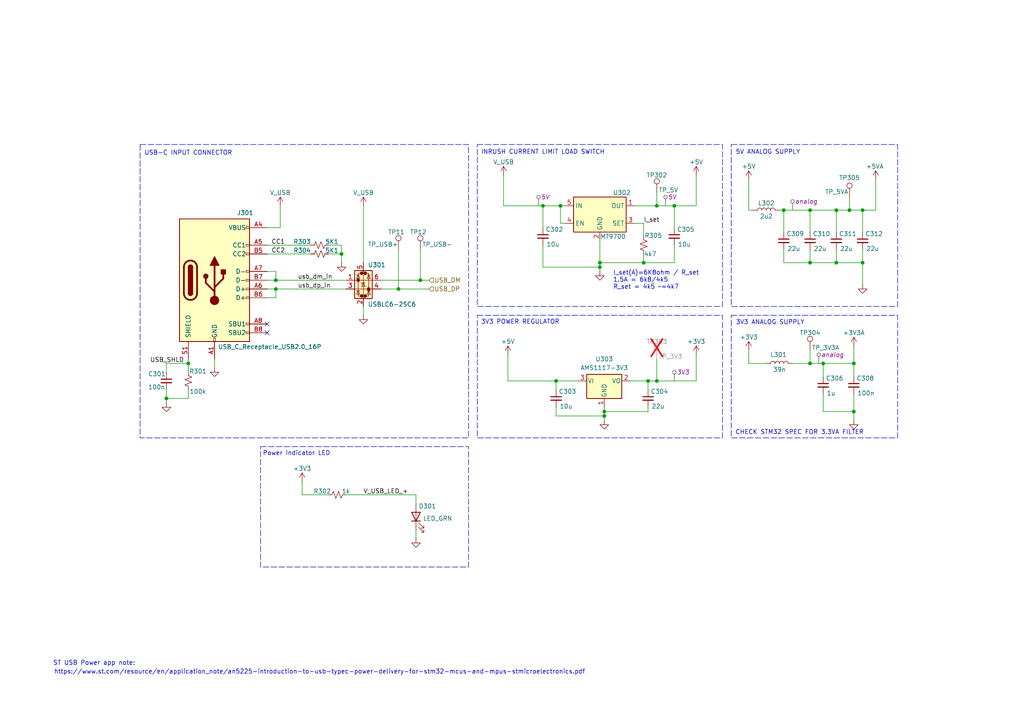
<source format=kicad_sch>
(kicad_sch (version 20231120) (generator "eeschema") (generator_version "8.0")
  (paper "A4")
  (lib_symbols
    (symbol "Connector:TestPoint" (pin_numbers hide) (pin_names (offset 0.762) hide)
      (property "Reference" "TP" (at 0 6.858 0))
      (property "Value" "TestPoint" (at 0 5.08 0))
      (symbol "TestPoint_0_1"
        (circle (center 0 3.302) (radius 0.762))
      )
      (symbol "TestPoint_1_1"
        (pin passive line (at 0 0 90) (length 2.54) (name "1") (number "1"))
      )
    )
    (symbol "Connector:USB_C_Receptacle_USB2.0_16P" (pin_names (offset 1.016))
      (property "Reference" "J1" (at 8.89 19.558 0))
      (property "Value" "USB_C_Receptacle_USB2.0_16P" (at 16.002 -19.304 0))
      (symbol "USB_C_Receptacle_USB2.0_16P_0_0"
        (rectangle (start -0.254 -17.78) (end 0.254 -16.764))
        (rectangle (start 10.16 -14.986) (end 9.144 -15.494))
        (rectangle (start 10.16 -12.446) (end 9.144 -12.954))
        (rectangle (start 10.16 -4.826) (end 9.144 -5.334))
        (rectangle (start 10.16 -2.286) (end 9.144 -2.794))
        (rectangle (start 10.16 0.254) (end 9.144 -0.254))
        (rectangle (start 10.16 2.794) (end 9.144 2.286))
        (rectangle (start 10.16 7.874) (end 9.144 7.366))
        (rectangle (start 10.16 10.414) (end 9.144 9.906))
        (rectangle (start 10.16 15.494) (end 9.144 14.986))
      )
      (symbol "USB_C_Receptacle_USB2.0_16P_0_1"
        (rectangle (start -10.16 17.78) (end 10.16 -17.78) (stroke (width 0.254)) (fill (type background)))
        (arc (start -8.89 -3.81) (mid -6.985 -5.7067) (end -5.08 -3.81) (stroke (width 0.508)))
        (arc (start -7.62 -3.81) (mid -6.985 -4.4423) (end -6.35 -3.81) (stroke (width 0.254)))
        (arc (start -7.62 -3.81) (mid -6.985 -4.4423) (end -6.35 -3.81) (stroke (width 0.254)) (fill (type outline)))
        (rectangle (start -7.62 -3.81) (end -6.35 3.81) (stroke (width 0.254)) (fill (type outline)))
        (arc (start -6.35 3.81) (mid -6.985 4.4423) (end -7.62 3.81) (stroke (width 0.254)))
        (arc (start -6.35 3.81) (mid -6.985 4.4423) (end -7.62 3.81) (stroke (width 0.254)) (fill (type outline)))
        (arc (start -5.08 3.81) (mid -6.985 5.7067) (end -8.89 3.81) (stroke (width 0.508)))
        (circle (center -2.54 1.143) (radius 0.635) (stroke (width 0.254)) (fill (type outline)))
        (circle (center 0 -5.842) (radius 1.27) (fill (type outline)))
        (polyline (pts (xy -8.89 -3.81) (xy -8.89 3.81)) (stroke (width 0.508)))
        (polyline (pts (xy -5.08 3.81) (xy -5.08 -3.81)) (stroke (width 0.508)))
        (polyline (pts (xy 0 -5.842) (xy 0 4.318)) (stroke (width 0.508)))
        (polyline (pts (xy 0 -3.302) (xy -2.54 -0.762) (xy -2.54 0.508)) (stroke (width 0.508)))
        (polyline (pts (xy 0 -2.032) (xy 2.54 0.508) (xy 2.54 1.778)) (stroke (width 0.508)))
        (polyline (pts (xy -1.27 4.318) (xy 0 6.858) (xy 1.27 4.318) (xy -1.27 4.318)) (stroke (width 0.254)) (fill (type outline)))
        (rectangle (start 1.905 1.778) (end 3.175 3.048) (stroke (width 0.254)) (fill (type outline)))
      )
      (symbol "USB_C_Receptacle_USB2.0_16P_1_1"
        (pin power_out line (at 0 -22.86 90) (length 5.08) (name "GND") (number "A1"))
        (pin passive line (at 0 -22.86 90) (length 5.08) hide (name "GND") (number "A12"))
        (pin power_out line (at 15.24 15.24 180) (length 5.08) (name "VBUS") (number "A4"))
        (pin bidirectional line (at 15.24 10.16 180) (length 5.08) (name "CC1") (number "A5"))
        (pin bidirectional line (at 15.24 -2.54 180) (length 5.08) (name "D+") (number "A6"))
        (pin bidirectional line (at 15.24 2.54 180) (length 5.08) (name "D-") (number "A7"))
        (pin bidirectional line (at 15.24 -12.7 180) (length 5.08) (name "SBU1") (number "A8"))
        (pin passive line (at 15.24 15.24 180) (length 5.08) hide (name "VBUS") (number "A9"))
        (pin passive line (at 0 -22.86 90) (length 5.08) hide (name "GND") (number "B1"))
        (pin passive line (at 0 -22.86 90) (length 5.08) hide (name "GND") (number "B12"))
        (pin passive line (at 15.24 15.24 180) (length 5.08) hide (name "VBUS") (number "B4"))
        (pin bidirectional line (at 15.24 7.62 180) (length 5.08) (name "CC2") (number "B5"))
        (pin bidirectional line (at 15.24 -5.08 180) (length 5.08) (name "D+") (number "B6"))
        (pin bidirectional line (at 15.24 0 180) (length 5.08) (name "D-") (number "B7"))
        (pin bidirectional line (at 15.24 -15.24 180) (length 5.08) (name "SBU2") (number "B8"))
        (pin passive line (at 15.24 15.24 180) (length 5.08) hide (name "VBUS") (number "B9"))
        (pin passive line (at -7.62 -22.86 90) (length 5.08) (name "SHIELD") (number "S1"))
      )
    )
    (symbol "Device:C_Small" (pin_numbers hide) (pin_names (offset 0.254) hide)
      (property "Reference" "C" (at 0.254 1.778 0))
      (property "Value" "C_Small" (at 0.254 -2.032 0))
      (symbol "C_Small_0_1"
        (polyline (pts (xy -1.524 -0.508) (xy 1.524 -0.508)) (stroke (width 0.3302)))
        (polyline (pts (xy -1.524 0.508) (xy 1.524 0.508)) (stroke (width 0.3048)))
      )
      (symbol "C_Small_1_1"
        (pin passive line (at 0 2.54 270) (length 2.032) (name "~") (number "1"))
        (pin passive line (at 0 -2.54 90) (length 2.032) (name "~") (number "2"))
      )
    )
    (symbol "Device:L" (pin_numbers hide) (pin_names (offset 1.016) hide)
      (property "Reference" "L301" (at 2.54 0.254 90))
      (property "Value" "39n" (at -1.778 0 90))
      (symbol "L_0_1"
        (arc (start 0 -2.54) (mid 0.6323 -1.905) (end 0 -1.27))
        (arc (start 0 -1.27) (mid 0.6323 -0.635) (end 0 0))
        (arc (start 0 0) (mid 0.6323 0.635) (end 0 1.27))
        (arc (start 0 1.27) (mid 0.6323 1.905) (end 0 2.54))
      )
      (symbol "L_1_1"
        (pin power_in line (at 0 3.81 270) (length 1.27) (name "1") (number "1"))
        (pin power_out line (at 0 -3.81 90) (length 1.27) (name "2") (number "2"))
      )
    )
    (symbol "Device:LED" (pin_numbers hide) (pin_names (offset 1.016) hide)
      (property "Reference" "D" (at 0 2.54 0))
      (property "Value" "LED" (at 0 -2.54 0))
      (symbol "LED_0_1"
        (polyline (pts (xy -1.27 -1.27) (xy -1.27 1.27)) (stroke (width 0.254)))
        (polyline (pts (xy -1.27 0) (xy 1.27 0)))
        (polyline (pts (xy 1.27 -1.27) (xy 1.27 1.27) (xy -1.27 0) (xy 1.27 -1.27)) (stroke (width 0.254)))
        (polyline (pts (xy -3.048 -0.762) (xy -4.572 -2.286) (xy -3.81 -2.286) (xy -4.572 -2.286) (xy -4.572 -1.524)))
        (polyline (pts (xy -1.778 -0.762) (xy -3.302 -2.286) (xy -2.54 -2.286) (xy -3.302 -2.286) (xy -3.302 -1.524)))
      )
      (symbol "LED_1_1"
        (pin passive line (at -3.81 0 0) (length 2.54) (name "K") (number "1"))
        (pin passive line (at 3.81 0 180) (length 2.54) (name "A") (number "2"))
      )
    )
    (symbol "Device:R_Small_US" (pin_numbers hide) (pin_names (offset 0.254) hide)
      (property "Reference" "R" (at 0.762 0.508 0))
      (property "Value" "R_Small_US" (at 0.762 -1.016 0))
      (symbol "R_Small_US_1_1"
        (polyline (pts (xy 0 0) (xy 1.016 -0.381) (xy 0 -0.762) (xy -1.016 -1.143) (xy 0 -1.524)))
        (polyline (pts (xy 0 1.524) (xy 1.016 1.143) (xy 0 0.762) (xy -1.016 0.381) (xy 0 0)))
        (pin passive line (at 0 2.54 270) (length 1.016) (name "~") (number "1"))
        (pin passive line (at 0 -2.54 90) (length 1.016) (name "~") (number "2"))
      )
    )
    (symbol "L_1" (pin_numbers hide) (pin_names (offset 1.016) hide)
      (property "Reference" "L302" (at 2.032 0 90))
      (property "Value" "2u2" (at -1.778 0 90))
      (symbol "L_1_0_1"
        (arc (start 0 -2.54) (mid 0.6323 -1.905) (end 0 -1.27))
        (arc (start 0 -1.27) (mid 0.6323 -0.635) (end 0 0))
        (arc (start 0 0) (mid 0.6323 0.635) (end 0 1.27))
        (arc (start 0 1.27) (mid 0.6323 1.905) (end 0 2.54))
      )
      (symbol "L_1_1_1"
        (pin power_in line (at 0 3.81 270) (length 1.27) (name "1") (number "1"))
        (pin power_out line (at 0 -3.81 90) (length 1.27) (name "2") (number "2"))
      )
    )
    (symbol "Power_Protection:USBLC6-2SC6" (pin_names hide)
      (property "Reference" "U" (at 0.635 5.715 0))
      (property "Value" "USBLC6-2SC6" (at 0.635 3.81 0))
      (symbol "USBLC6-2SC6_0_0"
        (circle (center -1.524 0) (radius 0.0001) (stroke (width 0.508)))
        (circle (center -0.508 -4.572) (radius 0.0001) (stroke (width 0.508)))
        (circle (center -0.508 2.032) (radius 0.0001) (stroke (width 0.508)))
        (circle (center 0.508 -4.572) (radius 0.0001) (stroke (width 0.508)))
        (circle (center 0.508 2.032) (radius 0.0001) (stroke (width 0.508)))
        (circle (center 1.524 -2.54) (radius 0.0001) (stroke (width 0.508)))
      )
      (symbol "USBLC6-2SC6_0_1"
        (polyline (pts (xy -2.54 -2.54) (xy 2.54 -2.54)))
        (polyline (pts (xy -2.54 0) (xy 2.54 0)))
        (polyline (pts (xy -2.032 -3.048) (xy -1.016 -3.048)))
        (polyline (pts (xy -1.016 1.524) (xy -2.032 1.524)))
        (polyline (pts (xy 1.016 -3.048) (xy 2.032 -3.048)))
        (polyline (pts (xy 1.016 1.524) (xy 2.032 1.524)))
        (polyline (pts (xy -0.508 -1.143) (xy -0.508 -0.762) (xy 0.508 -0.762)))
        (polyline (pts (xy -2.032 0.508) (xy -1.016 0.508) (xy -1.524 1.524) (xy -2.032 0.508)))
        (polyline (pts (xy -1.016 -4.064) (xy -2.032 -4.064) (xy -1.524 -3.048) (xy -1.016 -4.064)))
        (polyline (pts (xy 0.508 -1.778) (xy -0.508 -1.778) (xy 0 -0.762) (xy 0.508 -1.778)))
        (polyline (pts (xy 2.032 -4.064) (xy 1.016 -4.064) (xy 1.524 -3.048) (xy 2.032 -4.064)))
        (polyline (pts (xy 2.032 0.508) (xy 1.016 0.508) (xy 1.524 1.524) (xy 2.032 0.508)))
        (polyline (pts (xy 0 2.54) (xy -0.508 2.032) (xy 0.508 2.032) (xy 0 1.524) (xy 0 -4.064) (xy -0.508 -4.572) (xy 0.508 -4.572) (xy 0 -5.08)))
      )
      (symbol "USBLC6-2SC6_1_1"
        (rectangle (start -2.54 2.794) (end 2.54 -5.334) (stroke (width 0.254)) (fill (type background)))
        (polyline (pts (xy -0.508 2.032) (xy -1.524 2.032) (xy -1.524 -4.572) (xy -0.508 -4.572)))
        (polyline (pts (xy 0.508 -4.572) (xy 1.524 -4.572) (xy 1.524 2.032) (xy 0.508 2.032)))
        (pin passive line (at -5.08 0 0) (length 2.54) (name "I/O1") (number "1"))
        (pin passive line (at 0 -7.62 90) (length 2.54) (name "GND") (number "2"))
        (pin passive line (at -5.08 -2.54 0) (length 2.54) (name "I/O2") (number "3"))
        (pin passive line (at 5.08 -2.54 180) (length 2.54) (name "I/O2") (number "4"))
        (pin passive line (at 0 5.08 270) (length 2.54) (name "VBUS") (number "5"))
        (pin passive line (at 5.08 0 180) (length 2.54) (name "I/O1") (number "6"))
      )
    )
    (symbol "Regulator_Linear:AZ1117-3.3" (pin_names (offset 0.254))
      (property "Reference" "U" (at -3.81 3.175 0))
      (property "Value" "AZ1117-3.3" (at 0 3.175 0))
      (symbol "AZ1117-3.3_0_1"
        (rectangle (start -5.08 1.905) (end 5.08 -5.08) (stroke (width 0.254)) (fill (type background)))
      )
      (symbol "AZ1117-3.3_1_1"
        (pin power_in line (at 0 -7.62 90) (length 2.54) (name "GND") (number "1"))
        (pin power_out line (at 7.62 0 180) (length 2.54) (name "VO") (number "2"))
        (pin power_in line (at -7.62 0 0) (length 2.54) (name "VI") (number "3"))
      )
    )
    (symbol "power:+3V3" (power) (pin_numbers hide) (pin_names (offset 0) hide)
      (property "Value" "+3V3" (at 0 3.556 0))
      (symbol "+3V3_0_1"
        (polyline (pts (xy -0.762 1.27) (xy 0 2.54)))
        (polyline (pts (xy 0 0) (xy 0 2.54)))
        (polyline (pts (xy 0 2.54) (xy 0.762 1.27)))
      )
      (symbol "+3V3_1_1"
        (pin power_in line (at 0 0 90) (length 0) (name "~") (number "1"))
      )
    )
    (symbol "power:+5V" (power) (pin_numbers hide) (pin_names (offset 0) hide)
      (property "Value" "+5V" (at 0 3.556 0))
      (symbol "+5V_0_1"
        (polyline (pts (xy -0.762 1.27) (xy 0 2.54)))
        (polyline (pts (xy 0 0) (xy 0 2.54)))
        (polyline (pts (xy 0 2.54) (xy 0.762 1.27)))
      )
      (symbol "+5V_1_1"
        (pin power_in line (at 0 0 90) (length 0) (name "~") (number "1"))
      )
    )
    (symbol "power:+5VA" (power) (pin_numbers hide) (pin_names (offset 0) hide)
      (property "Value" "+5VA" (at 0 3.556 0))
      (symbol "+5VA_0_1"
        (polyline (pts (xy -0.762 1.27) (xy 0 2.54)))
        (polyline (pts (xy 0 0) (xy 0 2.54)))
        (polyline (pts (xy 0 2.54) (xy 0.762 1.27)))
      )
      (symbol "+5VA_1_1"
        (pin power_in line (at 0 0 90) (length 0) (name "~") (number "1"))
      )
    )
    (symbol "power:GND" (power) (pin_numbers hide) (pin_names (offset 0) hide)
      (property "Value" "GND" (at 0 -3.81 0))
      (symbol "GND_0_1"
        (polyline (pts (xy 0 0) (xy 0 -1.27) (xy 1.27 -1.27) (xy 0 -2.54) (xy -1.27 -1.27) (xy 0 -1.27)))
      )
      (symbol "GND_1_1"
        (pin power_in line (at 0 0 270) (length 0) (name "~") (number "1"))
      )
    )
    (symbol "vibrometer_project:MT9700"
      (property "Reference" "U" (at -7.62 -6.35 0))
      (property "Value" "MT9700" (at -7.62 6.35 0))
      (symbol "MT9700_0_1"
        (rectangle (start -7.62 5.08) (end 7.62 -5.08) (stroke (width 0.254)) (fill (type background)))
      )
      (symbol "MT9700_1_1"
        (pin power_out line (at 10.16 2.54 180) (length 2.54) (name "OUT") (number "1"))
        (pin power_in line (at 0 -7.62 90) (length 2.54) (name "GND") (number "2"))
        (pin passive line (at 10.16 -2.54 180) (length 2.54) (name "SET") (number "3"))
        (pin input line (at -10.16 -2.54 0) (length 2.54) (name "EN") (number "4"))
        (pin power_in line (at -10.16 2.54 0) (length 2.54) (name "IN") (number "5"))
      )
    )
  )
  (junction (at 173.99 77.47))
  (junction (at 157.48 59.69))
  (junction (at 186.69 76.2))
  (junction (at 227.33 60.96))
  (junction (at 175.26 120.65))
  (junction (at 242.57 76.2))
  (junction (at 175.26 119.38))
  (junction (at 190.5 110.49))
  (junction (at 247.65 119.38))
  (junction (at 246.38 60.96))
  (junction (at 247.65 105.41))
  (junction (at 121.92 81.28))
  (junction (at 234.95 76.2))
  (junction (at 250.19 60.96))
  (junction (at 80.01 81.28))
  (junction (at 80.01 83.82))
  (junction (at 195.58 59.69))
  (junction (at 162.56 59.69))
  (junction (at 234.95 60.96))
  (junction (at 238.76 105.41))
  (junction (at 173.99 76.2))
  (junction (at 99.06 73.66))
  (junction (at 250.19 76.2))
  (junction (at 187.96 110.49))
  (junction (at 115.57 83.82))
  (junction (at 54.61 105.41))
  (junction (at 48.26 115.57))
  (junction (at 161.29 110.49))
  (junction (at 234.95 105.41))
  (junction (at 190.5 59.69))
  (junction (at 242.57 60.96))
  (no_connect (at 77.47 93.98))
  (no_connect (at 77.47 96.52))
  (wire (pts (xy 238.76 114.3) (xy 238.76 119.38)))
  (wire (pts (xy 247.65 105.41) (xy 247.65 109.22)))
  (wire (pts (xy 87.63 143.51) (xy 95.25 143.51)))
  (wire (pts (xy 161.29 120.65) (xy 175.26 120.65)))
  (wire (pts (xy 110.49 83.82) (xy 115.57 83.82)))
  (wire (pts (xy 247.65 105.41) (xy 247.65 100.33)))
  (wire (pts (xy 250.19 60.96) (xy 254 60.96)))
  (wire (pts (xy 95.25 71.12) (xy 99.06 71.12)))
  (wire (pts (xy 173.99 76.2) (xy 173.99 69.85)))
  (wire (pts (xy 186.69 76.2) (xy 173.99 76.2)))
  (wire (pts (xy 186.69 73.66) (xy 186.69 76.2)))
  (wire (pts (xy 54.61 115.57) (xy 48.26 115.57)))
  (wire (pts (xy 234.95 76.2) (xy 227.33 76.2)))
  (wire (pts (xy 147.32 102.87) (xy 147.32 110.49)))
  (wire (pts (xy 226.06 60.96) (xy 227.33 60.96)))
  (wire (pts (xy 175.26 121.92) (xy 175.26 120.65)))
  (wire (pts (xy 187.96 110.49) (xy 190.5 110.49)))
  (wire (pts (xy 99.06 73.66) (xy 95.25 73.66)))
  (wire (pts (xy 77.47 86.36) (xy 80.01 86.36)))
  (wire (pts (xy 250.19 76.2) (xy 250.19 82.55)))
  (wire (pts (xy 120.65 153.67) (xy 120.65 156.21)))
  (wire (pts (xy 80.01 81.28) (xy 100.33 81.28)))
  (wire (pts (xy 217.17 52.07) (xy 217.17 60.96)))
  (wire (pts (xy 173.99 77.47) (xy 173.99 76.2)))
  (wire (pts (xy 234.95 105.41) (xy 238.76 105.41)))
  (wire (pts (xy 187.96 118.11) (xy 187.96 119.38)))
  (wire (pts (xy 146.05 50.8) (xy 146.05 59.69)))
  (wire (pts (xy 250.19 60.96) (xy 250.19 67.31)))
  (wire (pts (xy 254 52.07) (xy 254 60.96)))
  (wire (pts (xy 217.17 101.6) (xy 217.17 105.41)))
  (wire (pts (xy 54.61 104.14) (xy 54.61 105.41)))
  (wire (pts (xy 190.5 55.88) (xy 190.5 59.69)))
  (wire (pts (xy 80.01 83.82) (xy 100.33 83.82)))
  (wire (pts (xy 175.26 118.11) (xy 175.26 119.38)))
  (wire (pts (xy 157.48 59.69) (xy 162.56 59.69)))
  (wire (pts (xy 161.29 118.11) (xy 161.29 120.65)))
  (wire (pts (xy 195.58 59.69) (xy 195.58 66.04)))
  (wire (pts (xy 48.26 115.57) (xy 48.26 113.03)))
  (wire (pts (xy 247.65 114.3) (xy 247.65 119.38)))
  (wire (pts (xy 234.95 76.2) (xy 242.57 76.2)))
  (wire (pts (xy 54.61 105.41) (xy 54.61 107.95)))
  (wire (pts (xy 77.47 66.04) (xy 81.28 66.04)))
  (wire (pts (xy 121.92 72.39) (xy 121.92 81.28)))
  (wire (pts (xy 184.15 59.69) (xy 190.5 59.69)))
  (wire (pts (xy 190.5 59.69) (xy 195.58 59.69)))
  (wire (pts (xy 238.76 105.41) (xy 247.65 105.41)))
  (wire (pts (xy 229.87 105.41) (xy 234.95 105.41)))
  (wire (pts (xy 87.63 139.7) (xy 87.63 143.51)))
  (wire (pts (xy 110.49 81.28) (xy 121.92 81.28)))
  (wire (pts (xy 201.93 102.87) (xy 201.93 110.49)))
  (wire (pts (xy 246.38 60.96) (xy 250.19 60.96)))
  (wire (pts (xy 173.99 78.74) (xy 173.99 77.47)))
  (wire (pts (xy 77.47 71.12) (xy 90.17 71.12)))
  (wire (pts (xy 234.95 101.6) (xy 234.95 105.41)))
  (wire (pts (xy 81.28 59.69) (xy 81.28 66.04)))
  (wire (pts (xy 238.76 119.38) (xy 247.65 119.38)))
  (wire (pts (xy 77.47 78.74) (xy 80.01 78.74)))
  (wire (pts (xy 147.32 110.49) (xy 161.29 110.49)))
  (wire (pts (xy 242.57 76.2) (xy 250.19 76.2)))
  (wire (pts (xy 227.33 60.96) (xy 227.33 67.31)))
  (wire (pts (xy 227.33 72.39) (xy 227.33 76.2)))
  (wire (pts (xy 48.26 105.41) (xy 48.26 107.95)))
  (wire (pts (xy 250.19 72.39) (xy 250.19 76.2)))
  (wire (pts (xy 175.26 119.38) (xy 175.26 120.65)))
  (wire (pts (xy 157.48 59.69) (xy 157.48 66.04)))
  (wire (pts (xy 100.33 143.51) (xy 120.65 143.51)))
  (wire (pts (xy 99.06 71.12) (xy 99.06 73.66)))
  (wire (pts (xy 246.38 57.15) (xy 246.38 60.96)))
  (wire (pts (xy 146.05 59.69) (xy 157.48 59.69)))
  (wire (pts (xy 234.95 72.39) (xy 234.95 76.2)))
  (wire (pts (xy 99.06 73.66) (xy 99.06 76.2)))
  (wire (pts (xy 234.95 60.96) (xy 242.57 60.96)))
  (wire (pts (xy 247.65 119.38) (xy 247.65 121.92)))
  (wire (pts (xy 238.76 105.41) (xy 238.76 109.22)))
  (wire (pts (xy 48.26 116.84) (xy 48.26 115.57)))
  (wire (pts (xy 217.17 105.41) (xy 222.25 105.41)))
  (wire (pts (xy 105.41 59.69) (xy 105.41 76.2)))
  (wire (pts (xy 190.5 110.49) (xy 201.93 110.49)))
  (wire (pts (xy 161.29 110.49) (xy 161.29 113.03)))
  (wire (pts (xy 163.83 64.77) (xy 162.56 64.77)))
  (wire (pts (xy 48.26 105.41) (xy 54.61 105.41)))
  (wire (pts (xy 105.41 88.9) (xy 105.41 91.44)))
  (wire (pts (xy 120.65 143.51) (xy 120.65 146.05)))
  (wire (pts (xy 242.57 60.96) (xy 246.38 60.96)))
  (wire (pts (xy 217.17 60.96) (xy 218.44 60.96)))
  (wire (pts (xy 80.01 78.74) (xy 80.01 81.28)))
  (wire (pts (xy 201.93 50.8) (xy 201.93 59.69)))
  (wire (pts (xy 175.26 119.38) (xy 187.96 119.38)))
  (wire (pts (xy 157.48 77.47) (xy 173.99 77.47)))
  (wire (pts (xy 115.57 72.39) (xy 115.57 83.82)))
  (wire (pts (xy 157.48 71.12) (xy 157.48 77.47)))
  (wire (pts (xy 62.23 106.68) (xy 62.23 104.14)))
  (wire (pts (xy 161.29 110.49) (xy 167.64 110.49)))
  (wire (pts (xy 184.15 64.77) (xy 186.69 64.77)))
  (wire (pts (xy 195.58 59.69) (xy 201.93 59.69)))
  (wire (pts (xy 242.57 60.96) (xy 242.57 67.31)))
  (wire (pts (xy 234.95 60.96) (xy 234.95 67.31)))
  (wire (pts (xy 182.88 110.49) (xy 187.96 110.49)))
  (wire (pts (xy 195.58 71.12) (xy 195.58 76.2)))
  (wire (pts (xy 186.69 64.77) (xy 186.69 68.58)))
  (wire (pts (xy 115.57 83.82) (xy 124.46 83.82)))
  (wire (pts (xy 77.47 73.66) (xy 90.17 73.66)))
  (wire (pts (xy 162.56 64.77) (xy 162.56 59.69)))
  (wire (pts (xy 54.61 113.03) (xy 54.61 115.57)))
  (wire (pts (xy 77.47 81.28) (xy 80.01 81.28)))
  (wire (pts (xy 77.47 83.82) (xy 80.01 83.82)))
  (wire (pts (xy 187.96 110.49) (xy 187.96 113.03)))
  (wire (pts (xy 195.58 76.2) (xy 186.69 76.2)))
  (wire (pts (xy 80.01 86.36) (xy 80.01 83.82)))
  (wire (pts (xy 121.92 81.28) (xy 124.46 81.28)))
  (wire (pts (xy 227.33 60.96) (xy 234.95 60.96)))
  (wire (pts (xy 162.56 59.69) (xy 163.83 59.69)))
  (wire (pts (xy 242.57 76.2) (xy 242.57 72.39)))
  (wire (pts (xy 190.5 104.14) (xy 190.5 110.49)))
  (rectangle (start 138.43 41.91) (end 209.55 88.9) (stroke (width 0) (type dash)))
  (rectangle (start 138.43 91.44) (end 209.55 127) (stroke (width 0) (type dash)))
  (rectangle (start 75.565 129.54) (end 135.89 164.465) (stroke (width 0) (type dash)))
  (rectangle (start 212.09 91.44) (end 260.35 127) (stroke (width 0) (type dash)))
  (rectangle (start 212.09 41.91) (end 260.35 88.9) (stroke (width 0) (type dash)))
  (rectangle (start 40.64 41.91) (end 135.89 127) (stroke (width 0) (type dash)))
  (text "Power Indicator LED" (at 76.2 131.572 0) (effects (font (size 1.27 1.27)) (justify left)))
  (text "ST USB Power app note:" (at 27.305 192.405 0) (effects (font (size 1.27 1.27))))
  (text "CHECK STM32 SPEC FOR 3.3VA FILTER" (at 231.902 125.476 0) (effects (font (size 1.27 1.27))))
  (text "5V ANALOG SUPPLY" (at 213.36 44.196 0) (effects (font (size 1.27 1.27)) (justify left)))
  (text "I_set(A)=6K8ohm / R_set\n1.5A = 6k8/4k5 \nR_set = 4k5 ~=4k7" (at 177.8 81.28 0) (effects (font (size 1.27 1.27)) (justify left)))
  (text "https://www.st.com/resource/en/application_note/an5225-introduction-to-usb-typec-power-delivery-for-stm32-mcus-and-mpus-stmicroelectronics.pdf" (at 92.71 194.945 0) (effects (font (size 1.27 1.27))))
  (text "3V3 POWER REGULATOR" (at 150.876 93.472 0) (effects (font (size 1.27 1.27))))
  (text "INRUSH CURRENT LIMIT LOAD SWITCH" (at 157.48 44.196 0) (effects (font (size 1.27 1.27))))
  (text "USB-C INPUT CONNECTOR" (at 54.61 44.45 0) (effects (font (size 1.27 1.27))))
  (text "3V3 ANALOG SUPPLY" (at 223.393 93.599 0) (effects (font (size 1.27 1.27))))
  (label "I_set" (at 186.69 64.77 0))
  (label "USB_SHLD" (at 53.34 105.41 180))
  (label "CC1" (at 78.74 71.12 0))
  (label "V_USB_LED_+" (at 105.41 143.51 0))
  (label "usb_dm_in" (at 86.36 81.28 0) (property "Netclass" "usb" (effects (hide yes))))
  (label "CC2" (at 78.74 73.66 0))
  (label "usb_dp_in" (at 86.36 83.82 0) (property "Netclass" "usb" (effects (hide yes))))
  (hierarchical_label "USB_DP" (shape input) (at 124.46 83.82 0) (property "Netclass" "usb" (effects (hide yes))))
  (hierarchical_label "USB_DM" (shape input) (at 124.46 81.28 0) (property "Netclass" "usb" (effects (hide yes))))
  (netclass_flag "" (length 2.54) (shape round) (at 229.87 60.96 0) (property "Netclass" "analog" (at 230.5685 58.42 0) (effects (font (italic yes)) (justify left))))
  (netclass_flag "" (length 2.54) (shape round) (at 156.21 59.69 0) (property "Netclass" "5V" (at 156.9085 57.15 0) (effects (font (italic yes)) (justify left))))
  (netclass_flag "" (length 2.54) (shape round) (at 195.58 110.49 0) (property "Netclass" "3V3" (at 196.2785 107.95 0) (effects (font (italic yes)) (justify left))))
  (netclass_flag "" (length 2.54) (shape round) (at 237.49 105.41 0) (property "Netclass" "analog" (at 238.1885 102.87 0) (effects (font (italic yes)) (justify left))))
  (netclass_flag "" (length 2.54) (shape round) (at 193.04 59.69 0) (property "Netclass" "5V" (at 193.7385 57.15 0) (effects (font (italic yes)) (justify left))))
  (symbol (lib_id "Connector:TestPoint") (at 190.5 104.14 0) (unit 1) (in_bom no) (on_board no) (dnp yes)
    (property "Reference" "TP303" (at 187.452 99.06 0) (effects (justify left)))
    (property "Value" "TP_3V3" (at 191.008 103.378 0) (effects (justify left)))
    (property "Footprint" "TestPoint:TestPoint_Pad_D1.0mm" (effects (hide yes)))
    (property "Description" "test point" (effects (hide yes)))
  )
  (symbol (lib_id "Device:C_Small") (at 234.95 69.85 0) (unit 1)
    (property "Reference" "C310" (at 235.712 67.818 0) (effects (justify left)))
    (property "Value" "22u" (at 235.966 72.136 0) (effects (justify left)))
    (property "Footprint" "Capacitor_SMD:C_0805_2012Metric" (effects (hide yes)))
    (property "Datasheet" "https://wmsc.lcsc.com/wmsc/upload/file/pdf/v2/lcsc/2304140030_Samsung-Electro-Mechanics-CL21A226MAQNNNE_C45783.pdf" (effects (hide yes)))
    (property "Description" "Unpolarized capacitor, small symbol" (effects (hide yes)))
    (property "LCSC" "C45783" (effects (hide yes)))
  )
  (symbol (lib_id "Device:C_Small") (at 157.48 68.58 0) (unit 1)
    (property "Reference" "C302" (at 158.242 66.548 0) (effects (justify left)))
    (property "Value" "10u" (at 158.496 70.866 0) (effects (justify left)))
    (property "Footprint" "Capacitor_SMD:C_0805_2012Metric" (effects (hide yes)))
    (property "Datasheet" "https://wmsc.lcsc.com/wmsc/upload/file/pdf/v2/lcsc/2304140030_Samsung-Electro-Mechanics-CL21A106KAYNNNE_C15850.pdf" (effects (hide yes)))
    (property "Description" "Unpolarized capacitor, small symbol" (effects (hide yes)))
    (property "LCSC" "C15850" (effects (hide yes)))
  )
  (symbol (lib_id "vibrometer_project:MT9700") (at 173.99 62.23 0) (unit 1)
    (property "Reference" "U302" (at 180.34 55.88 0))
    (property "Value" "MT9700" (at 177.8 68.58 0))
    (property "Footprint" "Package_TO_SOT_SMD:SOT-23-5" (effects (hide yes)))
    (property "Datasheet" "https://www.lcsc.com/datasheet/lcsc_datasheet_1809291208_XI-AN-Aerosemi-Tech-MT9700_C89855.pdf" (effects (hide yes)))
    (property "Description" "Current limited load switch with adjustable current limit, single channel, SOT-23-5" (effects (hide yes)))
    (property "LCSC" "C89855" (effects (hide yes)))
  )
  (symbol (lib_id "Device:C_Small") (at 48.26 110.49 0) (unit 1)
    (property "Reference" "C301" (at 42.926 108.458 0) (effects (justify left)))
    (property "Value" "100n" (at 42.926 112.268 0) (effects (justify left)))
    (property "Footprint" "Capacitor_SMD:C_0402_1005Metric" (effects (hide yes)))
    (property "Datasheet" "https://wmsc.lcsc.com/wmsc/upload/file/pdf/v2/lcsc/2304140030_Samsung-Electro-Mechanics-CL05B104KB54PNC_C307331.pdf" (effects (hide yes)))
    (property "Description" "Unpolarized capacitor, small symbol" (effects (hide yes)))
    (property "LCSC" "C307331" (effects (hide yes)))
  )
  (symbol (lib_id "Connector:TestPoint") (at 121.92 72.39 0) (unit 1) (in_bom no)
    (property "Reference" "TP12" (at 118.872 67.31 0) (effects (justify left)))
    (property "Value" "TP_USB-" (at 122.428 70.866 0) (effects (justify left)))
    (property "Footprint" "TestPoint:TestPoint_Pad_D1.0mm" (effects (hide yes)))
    (property "Description" "test point" (effects (hide yes)))
  )
  (symbol (lib_id "Device:C_Small") (at 161.29 115.57 0) (unit 1)
    (property "Reference" "C303" (at 162.052 113.538 0) (effects (justify left)))
    (property "Value" "10u" (at 162.306 117.856 0) (effects (justify left)))
    (property "Footprint" "Capacitor_SMD:C_0805_2012Metric" (effects (hide yes)))
    (property "Datasheet" "https://wmsc.lcsc.com/wmsc/upload/file/pdf/v2/lcsc/2304140030_Samsung-Electro-Mechanics-CL21A106KAYNNNE_C15850.pdf" (effects (hide yes)))
    (property "Description" "Unpolarized capacitor, small symbol" (effects (hide yes)))
    (property "LCSC" "C15850" (effects (hide yes)))
  )
  (symbol (lib_id "Connector:TestPoint") (at 246.38 57.15 0) (unit 1) (in_bom no)
    (property "Reference" "TP305" (at 243.332 51.562 0) (effects (justify left)))
    (property "Value" "TP_5VA" (at 239.268 55.626 0) (effects (justify left)))
    (property "Footprint" "TestPoint:TestPoint_Pad_D1.0mm" (effects (hide yes)))
    (property "Description" "test point" (effects (hide yes)))
  )
  (symbol (lib_id "power:+3V3") (at 87.63 139.7 0) (unit 1)
    (property "Reference" "#PWR0303" (effects (hide yes)))
    (property "Value" "+3V3" (at 87.63 135.89 0))
    (property "Description" "Power symbol creates a global label with name \"+3V3\"" (effects (hide yes)))
  )
  (symbol (lib_id "Connector:TestPoint") (at 115.57 72.39 0) (unit 1) (in_bom no)
    (property "Reference" "TP11" (at 112.522 67.31 0) (effects (justify left)))
    (property "Value" "TP_USB+" (at 106.68 70.866 0) (effects (justify left)))
    (property "Footprint" "TestPoint:TestPoint_Pad_D1.0mm" (effects (hide yes)))
    (property "Description" "test point" (effects (hide yes)))
  )
  (symbol (lib_id "power:+3V3") (at 247.65 100.33 0) (unit 1)
    (property "Reference" "#PWR0316" (effects (hide yes)))
    (property "Value" "+3V3A" (at 247.65 96.52 0))
    (property "Description" "Power symbol creates a global label with name \"+3V3\"" (effects (hide yes)))
  )
  (symbol (lib_id "power:GND") (at 120.65 156.21 0) (unit 1)
    (property "Reference" "#PWR0308" (effects (hide yes)))
    (property "Value" "GND" (effects (hide yes)))
    (property "Description" "Power symbol creates a global label with name \"GND\" , ground" (effects (hide yes)))
  )
  (symbol (lib_id "Device:R_Small_US") (at 186.69 71.12 180) (unit 1)
    (property "Reference" "R305" (at 189.484 68.326 0))
    (property "Value" "4k7" (at 188.595 73.66 0))
    (property "Footprint" "Resistor_SMD:R_0603_1608Metric" (effects (hide yes)))
    (property "Datasheet" "https://wmsc.lcsc.com/wmsc/upload/file/pdf/v2/lcsc/2206010116_UNI-ROYAL-Uniroyal-Elec-0603WAF4701T5E_C23162.pdf" (effects (hide yes)))
    (property "Description" "Resistor, small US symbol" (effects (hide yes)))
    (property "LCSC" "C23162" (effects (hide yes)))
  )
  (symbol (lib_id "power:+5V") (at 146.05 50.8 0) (mirror y) (unit 1)
    (property "Reference" "#PWR0309" (effects (hide yes)))
    (property "Value" "V_USB" (at 146.05 46.99 0))
    (property "Description" "Power symbol creates a global label with name \"+5V\"" (effects (hide yes)))
  )
  (symbol (lib_id "Device:C_Small") (at 227.33 69.85 0) (unit 1)
    (property "Reference" "C309" (at 228.092 67.818 0) (effects (justify left)))
    (property "Value" "22u" (at 228.346 72.136 0) (effects (justify left)))
    (property "Footprint" "Capacitor_SMD:C_0805_2012Metric" (effects (hide yes)))
    (property "Datasheet" "https://wmsc.lcsc.com/wmsc/upload/file/pdf/v2/lcsc/2304140030_Samsung-Electro-Mechanics-CL21A226MAQNNNE_C45783.pdf" (effects (hide yes)))
    (property "Description" "Unpolarized capacitor, small symbol" (effects (hide yes)))
    (property "LCSC" "C45783" (effects (hide yes)))
  )
  (symbol (lib_id "Connector:TestPoint") (at 190.5 55.88 0) (unit 1) (in_bom no)
    (property "Reference" "TP302" (at 187.452 50.8 0) (effects (justify left)))
    (property "Value" "TP_5V" (at 191.008 55.118 0) (effects (justify left)))
    (property "Footprint" "TestPoint:TestPoint_Pad_D1.0mm" (effects (hide yes)))
    (property "Description" "test point" (effects (hide yes)))
  )
  (symbol (lib_id "power:+5VA") (at 254 52.07 0) (unit 1)
    (property "Reference" "#PWR0320" (effects (hide yes)))
    (property "Value" "+5VA" (at 253.746 48.26 0))
    (property "Description" "Power symbol creates a global label with name \"+5VA\"" (effects (hide yes)))
  )
  (symbol (lib_name "L_1") (lib_id "Device:L") (at 222.25 60.96 90) (unit 1)
    (property "Reference" "L302" (at 222.25 58.928 90))
    (property "Value" "2u2" (at 222.25 62.738 90))
    (property "Footprint" "Inductor_SMD:L_1008_2520Metric" (effects (hide yes)))
    (property "Datasheet" "https://www.lcsc.com/datasheet/lcsc_datasheet_1810311811_Murata-Electronics-LQM2HPN2R2MG0L_C86092.pdf" (effects (hide yes)))
    (property "Description" "Inductor" (effects (hide yes)))
    (property "LCSC" "C86092" (effects (hide yes)))
  )
  (symbol (lib_id "Device:R_Small_US") (at 54.61 110.49 180) (unit 1)
    (property "Reference" "R301" (at 57.404 107.696 0))
    (property "Value" "100k" (at 57.404 113.538 0))
    (property "Footprint" "Resistor_SMD:R_0603_1608Metric" (effects (hide yes)))
    (property "Datasheet" "https://wmsc.lcsc.com/wmsc/upload/file/pdf/v2/lcsc/2206010045_UNI-ROYAL-Uniroyal-Elec-0603WAF1003T5E_C25803.pdf" (effects (hide yes)))
    (property "Description" "Resistor, small US symbol" (effects (hide yes)))
    (property "LCSC" "C25803" (effects (hide yes)))
  )
  (symbol (lib_id "Device:C_Small") (at 238.76 111.76 0) (unit 1)
    (property "Reference" "C306" (at 239.522 109.728 0) (effects (justify left)))
    (property "Value" "1u" (at 239.776 114.046 0) (effects (justify left)))
    (property "Footprint" "Capacitor_SMD:C_0603_1608Metric" (effects (hide yes)))
    (property "Datasheet" "https://wmsc.lcsc.com/wmsc/upload/file/pdf/v2/lcsc/2304140030_Samsung-Electro-Mechanics-CL10A105KB8NNNC_C15849.pdf" (effects (hide yes)))
    (property "Description" "Unpolarized capacitor, small symbol" (effects (hide yes)))
    (property "LCSC" "C15849" (effects (hide yes)))
  )
  (symbol (lib_id "power:GND") (at 48.26 116.84 0) (unit 1)
    (property "Reference" "#PWR0301" (effects (hide yes)))
    (property "Value" "GND" (effects (hide yes)))
    (property "Description" "Power symbol creates a global label with name \"GND\" , ground" (effects (hide yes)))
  )
  (symbol (lib_id "power:+5V") (at 81.28 59.69 0) (mirror y) (unit 1)
    (property "Reference" "#PWR0304" (effects (hide yes)))
    (property "Value" "V_USB" (at 81.28 55.88 0))
    (property "Description" "Power symbol creates a global label with name \"+5V\"" (effects (hide yes)))
  )
  (symbol (lib_id "power:GND") (at 247.65 121.92 0) (unit 1)
    (property "Reference" "#PWR0317" (effects (hide yes)))
    (property "Value" "GND" (effects (hide yes)))
    (property "Description" "Power symbol creates a global label with name \"GND\" , ground" (effects (hide yes)))
  )
  (symbol (lib_id "power:GND") (at 62.23 106.68 0) (unit 1)
    (property "Reference" "#PWR0302" (effects (hide yes)))
    (property "Value" "GND" (effects (hide yes)))
    (property "Description" "Power symbol creates a global label with name \"GND\" , ground" (effects (hide yes)))
  )
  (symbol (lib_id "Device:C_Small") (at 247.65 111.76 0) (unit 1)
    (property "Reference" "C308" (at 248.412 109.728 0) (effects (justify left)))
    (property "Value" "100n" (at 248.666 114.046 0) (effects (justify left)))
    (property "Footprint" "Capacitor_SMD:C_0402_1005Metric" (effects (hide yes)))
    (property "Datasheet" "https://wmsc.lcsc.com/wmsc/upload/file/pdf/v2/lcsc/2304140030_Samsung-Electro-Mechanics-CL05B104KB54PNC_C307331.pdf" (effects (hide yes)))
    (property "Description" "Unpolarized capacitor, small symbol" (effects (hide yes)))
    (property "LCSC" "C307331" (effects (hide yes)))
  )
  (symbol (lib_id "Device:C_Small") (at 250.19 69.85 0) (unit 1)
    (property "Reference" "C312" (at 250.952 67.818 0) (effects (justify left)))
    (property "Value" "22u" (at 251.206 72.136 0) (effects (justify left)))
    (property "Footprint" "Capacitor_SMD:C_0805_2012Metric" (effects (hide yes)))
    (property "Datasheet" "https://wmsc.lcsc.com/wmsc/upload/file/pdf/v2/lcsc/2304140030_Samsung-Electro-Mechanics-CL21A226MAQNNNE_C45783.pdf" (effects (hide yes)))
    (property "Description" "Unpolarized capacitor, small symbol" (effects (hide yes)))
    (property "LCSC" "C45783" (effects (hide yes)))
  )
  (symbol (lib_id "Regulator_Linear:AZ1117-3.3") (at 175.26 110.49 0) (unit 1)
    (property "Reference" "U303" (at 175.26 104.14 0))
    (property "Value" "AMS1117-3V3" (at 175.26 106.68 0))
    (property "Footprint" "Package_TO_SOT_SMD:SOT-223-3_TabPin2" (effects (hide yes)))
    (property "Datasheet" "https://wmsc.lcsc.com/wmsc/upload/file/pdf/v2/lcsc/2304140030_Advanced-Monolithic-Systems-AMS1117-3-3_C6186.pdf" (effects (hide yes)))
    (property "Description" "1A 20V Fixed LDO Linear Regulator, 3.3V, SOT-223-3" (effects (hide yes)))
    (property "LCSC" "C6186" (effects (hide yes)))
  )
  (symbol (lib_id "power:GND") (at 105.41 91.44 0) (unit 1)
    (property "Reference" "#PWR0307" (effects (hide yes)))
    (property "Value" "GND" (effects (hide yes)))
    (property "Description" "Power symbol creates a global label with name \"GND\" , ground" (effects (hide yes)))
  )
  (symbol (lib_id "power:+5V") (at 201.93 50.8 0) (unit 1)
    (property "Reference" "#PWR0313" (effects (hide yes)))
    (property "Value" "+5V" (at 201.93 46.99 0))
    (property "Description" "Power symbol creates a global label with name \"+5V\"" (effects (hide yes)))
  )
  (symbol (lib_id "power:GND") (at 175.26 121.92 0) (unit 1)
    (property "Reference" "#PWR0312" (effects (hide yes)))
    (property "Value" "GND" (effects (hide yes)))
    (property "Description" "Power symbol creates a global label with name \"GND\" , ground" (effects (hide yes)))
  )
  (symbol (lib_id "Device:C_Small") (at 242.57 69.85 0) (unit 1)
    (property "Reference" "C311" (at 243.332 67.818 0) (effects (justify left)))
    (property "Value" "22u" (at 243.586 72.136 0) (effects (justify left)))
    (property "Footprint" "Capacitor_SMD:C_0805_2012Metric" (effects (hide yes)))
    (property "Datasheet" "https://wmsc.lcsc.com/wmsc/upload/file/pdf/v2/lcsc/2304140030_Samsung-Electro-Mechanics-CL21A226MAQNNNE_C45783.pdf" (effects (hide yes)))
    (property "Description" "Unpolarized capacitor, small symbol" (effects (hide yes)))
    (property "LCSC" "C45783" (effects (hide yes)))
  )
  (symbol (lib_id "power:GND") (at 250.19 82.55 0) (unit 1)
    (property "Reference" "#PWR0319" (effects (hide yes)))
    (property "Value" "GND" (effects (hide yes)))
    (property "Description" "Power symbol creates a global label with name \"GND\" , ground" (effects (hide yes)))
  )
  (symbol (lib_id "Connector:TestPoint") (at 234.95 101.6 0) (unit 1) (in_bom no)
    (property "Reference" "TP304" (at 231.902 96.52 0) (effects (justify left)))
    (property "Value" "TP_3V3A" (at 235.458 100.838 0) (effects (justify left)))
    (property "Footprint" "TestPoint:TestPoint_Pad_D1.0mm" (effects (hide yes)))
    (property "Description" "test point" (effects (hide yes)))
  )
  (symbol (lib_id "power:+5V") (at 147.32 102.87 0) (unit 1)
    (property "Reference" "#PWR0310" (effects (hide yes)))
    (property "Value" "+5V" (at 147.32 99.06 0))
    (property "Description" "Power symbol creates a global label with name \"+5V\"" (effects (hide yes)))
  )
  (symbol (lib_id "Device:R_Small_US") (at 97.79 143.51 90) (unit 1)
    (property "Reference" "R302" (at 93.472 142.494 90))
    (property "Value" "1k" (at 100.33 142.494 90))
    (property "Footprint" "Resistor_SMD:R_0402_1005Metric" (effects (hide yes)))
    (property "Datasheet" "https://wmsc.lcsc.com/wmsc/upload/file/pdf/v2/lcsc/2206010216_UNI-ROYAL-Uniroyal-Elec-0402WGF1001TCE_C11702.pdf" (effects (hide yes)))
    (property "Description" "Resistor, small US symbol" (effects (hide yes)))
    (property "LCSC" "C11702" (effects (hide yes)))
  )
  (symbol (lib_id "power:+3V3") (at 201.93 102.87 0) (unit 1)
    (property "Reference" "#PWR0314" (effects (hide yes)))
    (property "Value" "+3V3" (at 201.93 99.06 0))
    (property "Description" "Power symbol creates a global label with name \"+3V3\"" (effects (hide yes)))
  )
  (symbol (lib_id "Device:R_Small_US") (at 92.71 73.66 90) (unit 1)
    (property "Reference" "R304" (at 87.63 72.644 90))
    (property "Value" "5K1" (at 96.266 72.644 90))
    (property "Footprint" "Resistor_SMD:R_0402_1005Metric" (effects (hide yes)))
    (property "Datasheet" "https://wmsc.lcsc.com/wmsc/upload/file/pdf/v2/lcsc/2206010045_UNI-ROYAL-Uniroyal-Elec-0402WGF5101TCE_C25905.pdf" (effects (hide yes)))
    (property "Description" "Resistor, small US symbol" (effects (hide yes)))
    (property "LCSC" "C25905" (effects (hide yes)))
  )
  (symbol (lib_id "Connector:USB_C_Receptacle_USB2.0_16P") (at 62.23 81.28 0) (unit 1)
    (property "Reference" "J301" (at 71.12 61.722 0))
    (property "Value" "USB_C_Receptacle_USB2.0_16P" (at 78.232 100.584 0))
    (property "Footprint" "Connector_USB:USB_C_Receptacle_GCT_USB4105-xx-A_16P_TopMnt_Horizontal" (effects (hide yes)))
    (property "Datasheet" "https://www.lcsc.com/datasheet/lcsc_datasheet_1912111437_SHOU-HAN-TYPE-C16PIN_C393939.pdf" (effects (hide yes)))
    (property "Description" "USB 2.0-only 16P Type-C Receptacle connector" (effects (hide yes)))
    (property "LCSC" "C393939" (effects (hide yes)))
  )
  (symbol (lib_id "power:+5V") (at 105.41 59.69 0) (mirror y) (unit 1)
    (property "Reference" "#PWR0306" (effects (hide yes)))
    (property "Value" "V_USB" (at 105.41 55.88 0))
    (property "Description" "Power symbol creates a global label with name \"+5V\"" (effects (hide yes)))
  )
  (symbol (lib_id "power:GND") (at 99.06 76.2 0) (unit 1)
    (property "Reference" "#PWR0305" (effects (hide yes)))
    (property "Value" "GND" (effects (hide yes)))
    (property "Description" "Power symbol creates a global label with name \"GND\" , ground" (effects (hide yes)))
  )
  (symbol (lib_id "power:+3V3") (at 217.17 101.6 0) (unit 1)
    (property "Reference" "#PWR0315" (effects (hide yes)))
    (property "Value" "+3V3" (at 217.17 97.79 0))
    (property "Description" "Power symbol creates a global label with name \"+3V3\"" (effects (hide yes)))
  )
  (symbol (lib_id "Device:C_Small") (at 187.96 115.57 0) (unit 1)
    (property "Reference" "C304" (at 188.722 113.538 0) (effects (justify left)))
    (property "Value" "22u" (at 188.976 117.856 0) (effects (justify left)))
    (property "Footprint" "Capacitor_SMD:C_0805_2012Metric" (effects (hide yes)))
    (property "Datasheet" "https://wmsc.lcsc.com/wmsc/upload/file/pdf/v2/lcsc/2304140030_Samsung-Electro-Mechanics-CL21A226MAQNNNE_C45783.pdf" (effects (hide yes)))
    (property "Description" "Unpolarized capacitor, small symbol" (effects (hide yes)))
    (property "LCSC" "C45783" (effects (hide yes)))
  )
  (symbol (lib_id "Device:L") (at 226.06 105.41 90) (unit 1)
    (property "Reference" "L301" (at 225.806 102.87 90))
    (property "Value" "39n" (at 226.06 107.188 90))
    (property "Footprint" "Inductor_SMD:L_0603_1608Metric" (effects (hide yes)))
    (property "Datasheet" "https://www.lcsc.com/datasheet/lcsc_datasheet_2310301641_Sunlord-SDCL1608C39NJTDF_C74308.pdf" (effects (hide yes)))
    (property "Description" "Inductor" (effects (hide yes)))
    (property "LCSC" "C74308" (effects (hide yes)))
  )
  (symbol (lib_id "Device:R_Small_US") (at 92.71 71.12 90) (unit 1)
    (property "Reference" "R303" (at 87.63 70.104 90))
    (property "Value" "5K1" (at 96.266 70.104 90))
    (property "Footprint" "Resistor_SMD:R_0402_1005Metric" (effects (hide yes)))
    (property "Datasheet" "https://wmsc.lcsc.com/wmsc/upload/file/pdf/v2/lcsc/2206010045_UNI-ROYAL-Uniroyal-Elec-0402WGF5101TCE_C25905.pdf" (effects (hide yes)))
    (property "Description" "Resistor, small US symbol" (effects (hide yes)))
    (property "LCSC" "C25905" (effects (hide yes)))
  )
  (symbol (lib_id "power:+5V") (at 217.17 52.07 0) (unit 1)
    (property "Reference" "#PWR0318" (effects (hide yes)))
    (property "Value" "+5V" (at 217.17 48.26 0))
    (property "Description" "Power symbol creates a global label with name \"+5V\"" (effects (hide yes)))
  )
  (symbol (lib_id "power:GND") (at 173.99 78.74 0) (unit 1)
    (property "Reference" "#PWR0311" (effects (hide yes)))
    (property "Value" "GND" (effects (hide yes)))
    (property "Description" "Power symbol creates a global label with name \"GND\" , ground" (effects (hide yes)))
  )
  (symbol (lib_id "Device:LED") (at 120.65 149.86 90) (unit 1)
    (property "Reference" "D301" (at 121.412 146.812 90) (effects (justify right)))
    (property "Value" "LED_GRN" (at 122.682 150.368 90) (effects (justify right)))
    (property "Footprint" "LED_SMD:LED_0603_1608Metric" (effects (hide yes)))
    (property "Datasheet" "https://www.lcsc.com/datasheet/lcsc_datasheet_2211030000_XINGLIGHT-XL-1608SYGC-06_C965805.pdf" (effects (hide yes)))
    (property "Description" "Light emitting diode" (effects (hide yes)))
    (property "LCSC" "C965805" (effects (hide yes)))
  )
  (symbol (lib_id "Device:C_Small") (at 195.58 68.58 0) (unit 1)
    (property "Reference" "C305" (at 196.342 66.548 0) (effects (justify left)))
    (property "Value" "10u" (at 196.596 70.866 0) (effects (justify left)))
    (property "Footprint" "Capacitor_SMD:C_0805_2012Metric" (effects (hide yes)))
    (property "Datasheet" "https://wmsc.lcsc.com/wmsc/upload/file/pdf/v2/lcsc/2304140030_Samsung-Electro-Mechanics-CL21A106KAYNNNE_C15850.pdf" (effects (hide yes)))
    (property "Description" "Unpolarized capacitor, small symbol" (effects (hide yes)))
    (property "LCSC" "C15850" (effects (hide yes)))
  )
  (symbol (lib_id "Power_Protection:USBLC6-2SC6") (at 105.41 81.28 0) (unit 1)
    (property "Reference" "U301" (at 106.68 76.835 0) (effects (justify left)))
    (property "Value" "USBLC6-2SC6" (at 106.68 88.265 0) (effects (justify left)))
    (property "Footprint" "Package_TO_SOT_SMD:SOT-23-6" (effects (hide yes)))
    (property "Datasheet" "https://www.st.com/resource/en/datasheet/usblc6-2.pdf" (effects (hide yes)))
    (property "Description" "Very low capacitance ESD protection diode, 2 data-line, SOT-23-6" (effects (hide yes)))
    (property "LCSC" "C2827654" (effects (hide yes)))
  )
)
</source>
